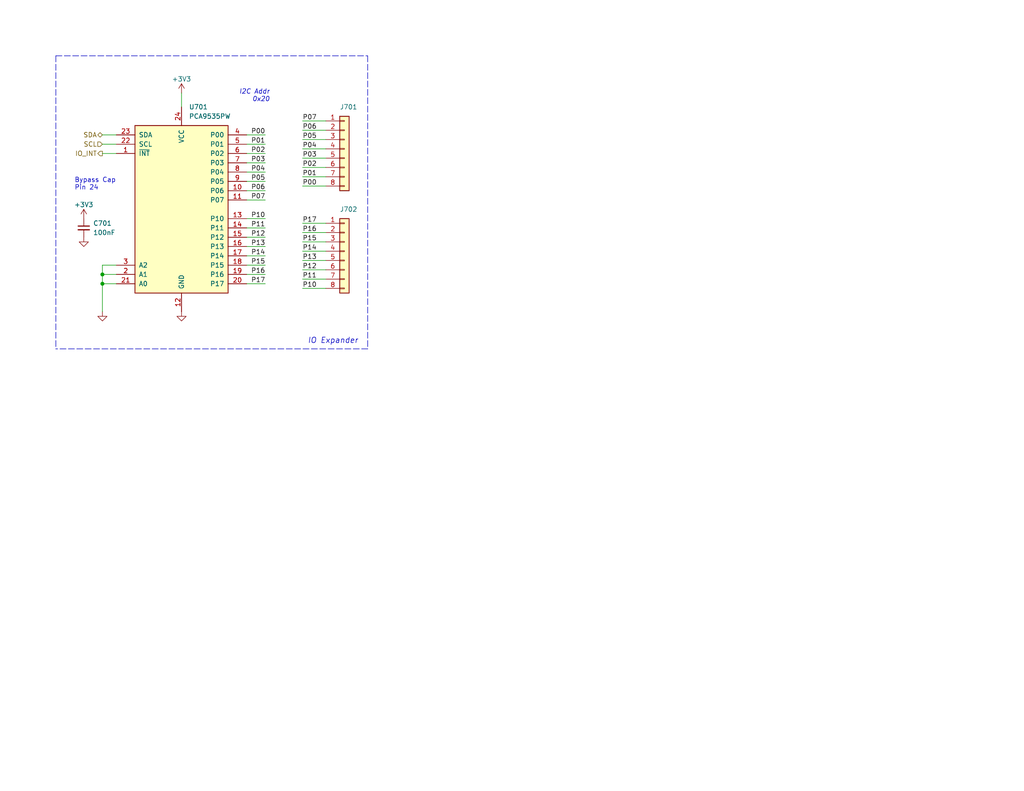
<source format=kicad_sch>
(kicad_sch (version 20230121) (generator eeschema)
  (paper "USLetter")
  (title_block (title "I/O Expander") (date "2023-02-08") (rev "A") (company "Joshua Butler, MD, MHI"))
  (lib_symbols
    (symbol "Connector_Generic:Conn_01x08" (pin_names (offset 1.016) hide)
      (property "Reference" "J" (at 0 10.16 0))
      (property "Value" "Conn_01x08" (at 0 -12.7 0))
      (symbol "Conn_01x08_1_1"
        (rectangle (start -1.27 -10.033) (end 0 -10.287) (stroke (width 0.1524)))
        (rectangle (start -1.27 -7.493) (end 0 -7.747) (stroke (width 0.1524)))
        (rectangle (start -1.27 -4.953) (end 0 -5.207) (stroke (width 0.1524)))
        (rectangle (start -1.27 -2.413) (end 0 -2.667) (stroke (width 0.1524)))
        (rectangle (start -1.27 0.127) (end 0 -0.127) (stroke (width 0.1524)))
        (rectangle (start -1.27 2.667) (end 0 2.413) (stroke (width 0.1524)))
        (rectangle (start -1.27 5.207) (end 0 4.953) (stroke (width 0.1524)))
        (rectangle (start -1.27 7.747) (end 0 7.493) (stroke (width 0.1524)))
        (rectangle (start -1.27 8.89) (end 1.27 -11.43) (stroke (width 0.254)) (fill (type background)))
        (pin passive line (at -5.08 7.62 0) (length 3.81) (name "Pin_1") (number "1"))
        (pin passive line (at -5.08 5.08 0) (length 3.81) (name "Pin_2") (number "2"))
        (pin passive line (at -5.08 2.54 0) (length 3.81) (name "Pin_3") (number "3"))
        (pin passive line (at -5.08 0 0) (length 3.81) (name "Pin_4") (number "4"))
        (pin passive line (at -5.08 -2.54 0) (length 3.81) (name "Pin_5") (number "5"))
        (pin passive line (at -5.08 -5.08 0) (length 3.81) (name "Pin_6") (number "6"))
        (pin passive line (at -5.08 -7.62 0) (length 3.81) (name "Pin_7") (number "7"))
        (pin passive line (at -5.08 -10.16 0) (length 3.81) (name "Pin_8") (number "8"))
      )
    )
    (symbol "Device:C_Small" (pin_numbers hide) (pin_names (offset 0.254) hide)
      (property "Reference" "C" (at 0.254 1.778 0))
      (property "Value" "C_Small" (at 0.254 -2.032 0))
      (symbol "C_Small_0_1"
        (polyline (pts (xy -1.524 -0.508) (xy 1.524 -0.508)) (stroke (width 0.3302)))
        (polyline (pts (xy -1.524 0.508) (xy 1.524 0.508)) (stroke (width 0.3048)))
      )
      (symbol "C_Small_1_1"
        (pin passive line (at 0 2.54 270) (length 2.032) (name "~") (number "1"))
        (pin passive line (at 0 -2.54 90) (length 2.032) (name "~") (number "2"))
      )
    )
    (symbol "Interface_Expansion:TCA9535PWR" (pin_names (offset 1.016))
      (property "Reference" "U" (at -11.43 24.13 0))
      (property "Value" "TCA9535PWR" (at 0 0 0))
      (symbol "TCA9535PWR_0_1"
        (rectangle (start -12.7 22.86) (end 12.7 -22.86) (stroke (width 0.254)) (fill (type background)))
      )
      (symbol "TCA9535PWR_1_1"
        (pin open_collector line (at -17.78 15.24 0) (length 5.08) (name "~{INT}") (number "1"))
        (pin bidirectional line (at 17.78 5.08 180) (length 5.08) (name "P06") (number "10"))
        (pin bidirectional line (at 17.78 2.54 180) (length 5.08) (name "P07") (number "11"))
        (pin power_in line (at 0 -27.94 90) (length 5.08) (name "GND") (number "12"))
        (pin bidirectional line (at 17.78 -2.54 180) (length 5.08) (name "P10") (number "13"))
        (pin bidirectional line (at 17.78 -5.08 180) (length 5.08) (name "P11") (number "14"))
        (pin bidirectional line (at 17.78 -7.62 180) (length 5.08) (name "P12") (number "15"))
        (pin bidirectional line (at 17.78 -10.16 180) (length 5.08) (name "P13") (number "16"))
        (pin bidirectional line (at 17.78 -12.7 180) (length 5.08) (name "P14") (number "17"))
        (pin bidirectional line (at 17.78 -15.24 180) (length 5.08) (name "P15") (number "18"))
        (pin bidirectional line (at 17.78 -17.78 180) (length 5.08) (name "P16") (number "19"))
        (pin input line (at -17.78 -17.78 0) (length 5.08) (name "A1") (number "2"))
        (pin bidirectional line (at 17.78 -20.32 180) (length 5.08) (name "P17") (number "20"))
        (pin input line (at -17.78 -20.32 0) (length 5.08) (name "A0") (number "21"))
        (pin input line (at -17.78 17.78 0) (length 5.08) (name "SCL") (number "22"))
        (pin bidirectional line (at -17.78 20.32 0) (length 5.08) (name "SDA") (number "23"))
        (pin power_in line (at 0 27.94 270) (length 5.08) (name "VCC") (number "24"))
        (pin input line (at -17.78 -15.24 0) (length 5.08) (name "A2") (number "3"))
        (pin bidirectional line (at 17.78 20.32 180) (length 5.08) (name "P00") (number "4"))
        (pin bidirectional line (at 17.78 17.78 180) (length 5.08) (name "P01") (number "5"))
        (pin bidirectional line (at 17.78 15.24 180) (length 5.08) (name "P02") (number "6"))
        (pin bidirectional line (at 17.78 12.7 180) (length 5.08) (name "P03") (number "7"))
        (pin bidirectional line (at 17.78 10.16 180) (length 5.08) (name "P04") (number "8"))
        (pin bidirectional line (at 17.78 7.62 180) (length 5.08) (name "P05") (number "9"))
      )
    )
    (symbol "power:+3V3" (power) (pin_names (offset 0))
      (property "Value" "+3V3" (at 0 3.556 0))
      (symbol "+3V3_0_1"
        (polyline (pts (xy -0.762 1.27) (xy 0 2.54)))
        (polyline (pts (xy 0 0) (xy 0 2.54)))
        (polyline (pts (xy 0 2.54) (xy 0.762 1.27)))
      )
      (symbol "+3V3_1_1"
        (pin power_in line (at 0 0 90) (length 0) hide (name "+3V3") (number "1"))
      )
    )
    (symbol "power:GND" (power) (pin_names (offset 0))
      (property "Value" "GND" (at 0 -3.81 0))
      (symbol "GND_0_1"
        (polyline (pts (xy 0 0) (xy 0 -1.27) (xy 1.27 -1.27) (xy 0 -2.54) (xy -1.27 -1.27) (xy 0 -1.27)))
      )
      (symbol "GND_1_1"
        (pin power_in line (at 0 0 270) (length 0) hide (name "GND") (number "1"))
      )
    )
  )
  (junction (at 27.94 74.93))
  (junction (at 27.94 77.47))
  (wire (pts (xy 67.31 39.37) (xy 72.39 39.37)))
  (wire (pts (xy 27.94 72.39) (xy 27.94 74.93)))
  (wire (pts (xy 82.55 35.56) (xy 88.9 35.56)))
  (wire (pts (xy 27.94 74.93) (xy 31.75 74.93)))
  (wire (pts (xy 67.31 72.39) (xy 72.39 72.39)))
  (wire (pts (xy 67.31 67.31) (xy 72.39 67.31)))
  (wire (pts (xy 82.55 60.96) (xy 88.9 60.96)))
  (wire (pts (xy 82.55 40.64) (xy 88.9 40.64)))
  (wire (pts (xy 67.31 74.93) (xy 72.39 74.93)))
  (wire (pts (xy 67.31 41.91) (xy 72.39 41.91)))
  (wire (pts (xy 31.75 72.39) (xy 27.94 72.39)))
  (wire (pts (xy 67.31 46.99) (xy 72.39 46.99)))
  (wire (pts (xy 82.55 50.8) (xy 88.9 50.8)))
  (wire (pts (xy 67.31 54.61) (xy 72.39 54.61)))
  (wire (pts (xy 27.94 39.37) (xy 31.75 39.37)))
  (wire (pts (xy 82.55 45.72) (xy 88.9 45.72)))
  (wire (pts (xy 82.55 73.66) (xy 88.9 73.66)))
  (wire (pts (xy 82.55 78.74) (xy 88.9 78.74)))
  (wire (pts (xy 67.31 77.47) (xy 72.39 77.47)))
  (wire (pts (xy 82.55 38.1) (xy 88.9 38.1)))
  (wire (pts (xy 27.94 74.93) (xy 27.94 77.47)))
  (wire (pts (xy 27.94 77.47) (xy 31.75 77.47)))
  (polyline (pts (xy 15.24 15.24) (xy 100.33 15.24)) (stroke (width 0) (type dash)))
  (wire (pts (xy 82.55 43.18) (xy 88.9 43.18)))
  (wire (pts (xy 82.55 71.12) (xy 88.9 71.12)))
  (wire (pts (xy 67.31 44.45) (xy 72.39 44.45)))
  (polyline (pts (xy 100.33 15.24) (xy 100.33 95.25)) (stroke (width 0) (type dash)))
  (wire (pts (xy 82.55 48.26) (xy 88.9 48.26)))
  (wire (pts (xy 82.55 33.02) (xy 88.9 33.02)))
  (wire (pts (xy 82.55 63.5) (xy 88.9 63.5)))
  (wire (pts (xy 82.55 76.2) (xy 88.9 76.2)))
  (wire (pts (xy 67.31 49.53) (xy 72.39 49.53)))
  (wire (pts (xy 27.94 36.83) (xy 31.75 36.83)))
  (wire (pts (xy 27.94 41.91) (xy 31.75 41.91)))
  (wire (pts (xy 67.31 69.85) (xy 72.39 69.85)))
  (wire (pts (xy 82.55 68.58) (xy 88.9 68.58)))
  (wire (pts (xy 67.31 36.83) (xy 72.39 36.83)))
  (wire (pts (xy 49.53 25.4) (xy 49.53 29.21)))
  (wire (pts (xy 67.31 59.69) (xy 72.39 59.69)))
  (wire (pts (xy 67.31 52.07) (xy 72.39 52.07)))
  (wire (pts (xy 27.94 77.47) (xy 27.94 85.09)))
  (wire (pts (xy 67.31 64.77) (xy 72.39 64.77)))
  (polyline (pts (xy 15.24 15.24) (xy 15.24 95.25)) (stroke (width 0) (type dash)))
  (wire (pts (xy 67.31 62.23) (xy 72.39 62.23)))
  (polyline (pts (xy 100.33 95.25) (xy 15.24 95.25)) (stroke (width 0) (type dash)))
  (wire (pts (xy 82.55 66.04) (xy 88.9 66.04)))
  (text "Bypass Cap\nPin 24" (at 20.32 52.07 0) (effects (font (size 1.27 1.27)) (justify left bottom)))
  (text "IO Expander" (at 97.79 93.98 0) (effects (font (size 1.5 1.5) italic) (justify right bottom)))
  (text "I2C Addr\n0x20" (at 73.66 27.94 0) (effects (font (size 1.27 1.27) italic) (justify right bottom)))
  (label "P06" (at 72.39 52.07 180))
  (label "P05" (at 72.39 49.53 180))
  (label "P03" (at 72.39 44.45 180))
  (label "P06" (at 82.55 35.56 0))
  (label "P10" (at 72.39 59.69 180))
  (label "P00" (at 82.55 50.8 0))
  (label "P16" (at 82.55 63.5 0))
  (label "P12" (at 82.55 73.66 0))
  (label "P13" (at 82.55 71.12 0))
  (label "P04" (at 82.55 40.64 0))
  (label "P04" (at 72.39 46.99 180))
  (label "P00" (at 72.39 36.83 180))
  (label "P15" (at 82.55 66.04 0))
  (label "P12" (at 72.39 64.77 180))
  (label "P15" (at 72.39 72.39 180))
  (label "P16" (at 72.39 74.93 180))
  (label "P01" (at 82.55 48.26 0))
  (label "P13" (at 72.39 67.31 180))
  (label "P17" (at 72.39 77.47 180))
  (label "P03" (at 82.55 43.18 0))
  (label "P02" (at 72.39 41.91 180))
  (label "P07" (at 82.55 33.02 0))
  (label "P14" (at 82.55 68.58 0))
  (label "P07" (at 72.39 54.61 180))
  (label "P01" (at 72.39 39.37 180))
  (label "P17" (at 82.55 60.96 0))
  (label "P11" (at 82.55 76.2 0))
  (label "P05" (at 82.55 38.1 0))
  (label "P02" (at 82.55 45.72 0))
  (label "P14" (at 72.39 69.85 180))
  (label "P11" (at 72.39 62.23 180))
  (label "P10" (at 82.55 78.74 0))
  (hierarchical_label "SDA" (shape bidirectional) (at 27.94 36.83 180))
  (hierarchical_label "IO_INT" (shape output) (at 27.94 41.91 180))
  (hierarchical_label "SCL" (shape input) (at 27.94 39.37 180))
  (symbol (lib_id "Interface_Expansion:TCA9535PWR") (at 49.53 57.15 0) (unit 1)
    (property "Reference" "U701" (at 51.5494 29.21 0) (effects (justify left)))
    (property "Value" "PCA9535PW" (at 51.5494 31.75 0) (effects (justify left)))
    (property "Footprint" "Package_SO:TSSOP-24_4.4x7.8mm_P0.65mm" (effects hide))
    (property "Datasheet" "http://www.ti.com/lit/ds/symlink/tca9535.pdf" (effects hide))
    (property "LCSC" "C255606" (effects hide))
  )
  (symbol (lib_id "power:GND") (at 22.86 64.77 0) (unit 1)
    (property "Reference" "#PWR0703" (effects hide))
    (property "Value" "GND" (effects hide))
  )
  (symbol (lib_id "Device:C_Small") (at 22.86 62.23 0) (unit 1)
    (property "Reference" "C701" (at 25.4 60.96 0) (effects (justify left)))
    (property "Value" "100nF" (at 25.4 63.5 0) (effects (justify left)))
    (property "Footprint" "Capacitor_SMD:C_0603_1608Metric" (effects hide))
    (property "LCSC" "C14663" (effects hide))
  )
  (symbol (lib_id "power:+3V3") (at 22.86 59.69 0) (unit 1)
    (property "Reference" "#PWR0702" (effects hide))
    (property "Value" "+3V3" (at 22.86 55.88 0))
  )
  (symbol (lib_id "Connector_Generic:Conn_01x08") (at 93.98 68.58 0) (unit 1)
    (property "Reference" "J702" (at 92.71 57.15 0) (effects (justify left)))
    (property "Value" "Conn_01x08" (effects hide))
    (property "Footprint" "Connector_PinSocket_2.54mm:PinSocket_1x08_P2.54mm_Vertical" (effects hide))
  )
  (symbol (lib_id "Connector_Generic:Conn_01x08") (at 93.98 40.64 0) (unit 1)
    (property "Reference" "J701" (at 92.71 29.21 0) (effects (justify left)))
    (property "Value" "Conn_01x08" (effects hide))
    (property "Footprint" "Connector_PinSocket_2.54mm:PinSocket_1x08_P2.54mm_Vertical" (effects hide))
  )
  (symbol (lib_id "power:GND") (at 27.94 85.09 0) (unit 1)
    (property "Reference" "#PWR0704" (effects hide))
    (property "Value" "GND" (effects hide))
  )
  (symbol (lib_id "power:+3V3") (at 49.53 25.4 0) (unit 1)
    (property "Reference" "#PWR0701" (effects hide))
    (property "Value" "+3V3" (at 49.53 21.59 0))
  )
  (symbol (lib_id "power:GND") (at 49.53 85.09 0) (unit 1)
    (property "Reference" "#PWR0705" (effects hide))
    (property "Value" "GND" (effects hide))
  )
)
</source>
